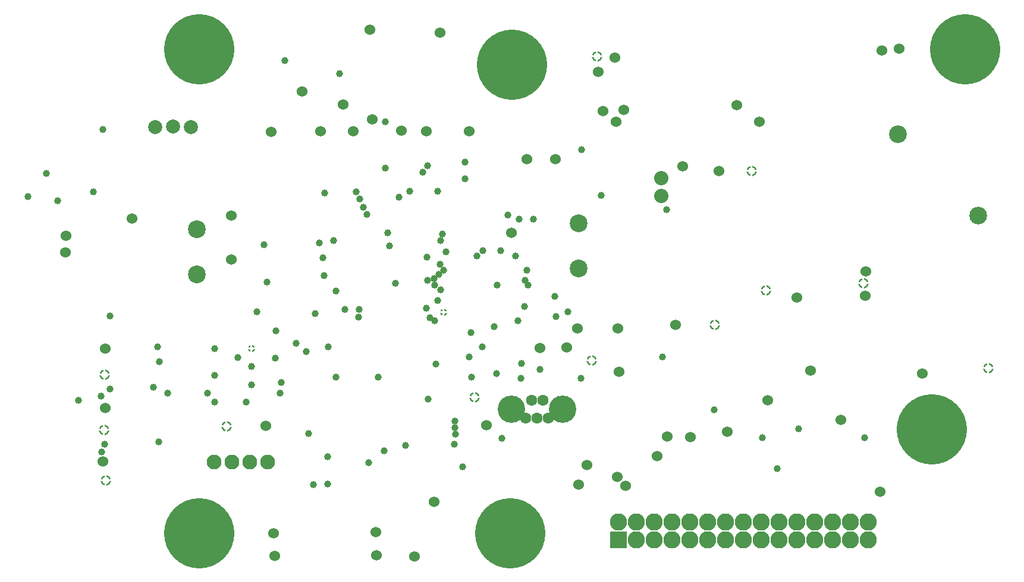
<source format=gbr>
G04 EasyPC Gerber Version 21.0.3 Build 4286 *
%FSLAX35Y35*%
%MOIN*%
%ADD101R,0.09677X0.09677*%
%ADD113C,0.03969*%
%ADD111C,0.06000*%
%ADD107C,0.06331*%
%ADD104C,0.07906*%
%ADD103C,0.08000*%
%ADD105C,0.08299*%
%ADD102C,0.09677*%
%ADD112C,0.09874*%
%ADD106C,0.09972*%
%ADD108C,0.15386*%
%ADD100C,0.39402*%
%AMT110*0 Thermal pad*7,0,0,0.03969,0.01969,0.01000,0*%
%ADD110T110*%
%AMT109*0 Thermal pad*7,0,0,0.06000,0.04000,0.01000,0*%
%ADD109T109*%
X0Y0D02*
D02*
D100*
X101023Y63801D03*
Y335454D03*
X275600Y63801D03*
X276387Y326667D03*
X511820Y121943D03*
X530324Y335454D03*
D02*
D101*
X336230Y60132D03*
D02*
D102*
Y70132D03*
X346230Y60132D03*
Y70132D03*
X356230Y60132D03*
Y70132D03*
X366230Y60132D03*
Y70132D03*
X376230Y60132D03*
Y70132D03*
X386230Y60132D03*
Y70132D03*
X396230Y60132D03*
Y70132D03*
X406230Y60132D03*
Y70132D03*
X416230Y60132D03*
Y70132D03*
X426230Y60132D03*
Y70132D03*
X436230Y60132D03*
Y70132D03*
X446230Y60132D03*
Y70132D03*
X456230Y60132D03*
Y70132D03*
X466230Y60132D03*
Y70132D03*
X476230Y60132D03*
Y70132D03*
D02*
D103*
X360246Y253071D03*
Y262888D03*
D02*
D104*
X76531Y291784D03*
X86531Y291852D03*
X96531Y291784D03*
D02*
D105*
X109393Y103676D03*
X119393Y103608D03*
X129393Y103676D03*
X139380D03*
D02*
D106*
X99714Y208829D03*
Y234419D03*
X313691Y212222D03*
Y237813D03*
D02*
D107*
X284261Y128242D03*
X287411Y138478D03*
X290561Y128242D03*
X293710Y138478D03*
X296860Y128242D03*
D02*
D108*
X276191Y133360D03*
X304931D03*
D02*
D109*
X47647Y121549D03*
X48041Y152652D03*
X48828Y93203D03*
X116545Y123518D03*
X255521Y140053D03*
X321269Y160526D03*
X324025Y331392D03*
X390167Y180604D03*
X410639Y266825D03*
X418907Y199896D03*
X473631Y203833D03*
X543317Y156195D03*
D02*
D110*
X130324Y167219D03*
X238198Y187691D03*
D02*
D111*
X25994Y221156D03*
X26387Y230604D03*
X47254Y103833D03*
X48435Y134148D03*
Y167219D03*
X63395Y240427D03*
X119301Y217219D03*
Y242022D03*
X138592Y123911D03*
X141348Y288872D03*
X142923Y63675D03*
X143317Y51077D03*
X158671Y311707D03*
X169301Y289266D03*
X181702Y304423D03*
X187411Y289266D03*
X196860Y346352D03*
X198041Y295959D03*
X200009Y64463D03*
X200403Y51470D03*
X214576Y289659D03*
X221663Y50683D03*
X228356Y289266D03*
X232687Y81392D03*
X236230Y344778D03*
X252372Y289266D03*
X262214Y124305D03*
X275994Y232179D03*
X284655Y273518D03*
X292135Y167612D03*
X300797Y273518D03*
X307096Y168006D03*
X313002Y178636D03*
X313789Y90841D03*
X318513Y101864D03*
X324813Y322730D03*
X327569Y300683D03*
X334261Y330604D03*
X334655Y294778D03*
X335443Y95171D03*
X335836Y178636D03*
X336624Y154226D03*
X338986Y301470D03*
X340167Y90447D03*
X357883Y106982D03*
X363395Y118006D03*
X368120Y180604D03*
X372057Y269581D03*
X376387Y117612D03*
X392529Y266825D03*
X397254Y120762D03*
X402372Y303833D03*
X415167Y294778D03*
X419694Y138478D03*
X436230Y195959D03*
X443710Y155014D03*
X460639Y127455D03*
X474419Y197140D03*
X474813Y210526D03*
X482687Y86904D03*
X483868Y334541D03*
X493317Y335722D03*
X506309Y153439D03*
D02*
D112*
X492923Y287691D03*
X537805Y242022D03*
D02*
D113*
X5128Y252652D03*
X15364Y265644D03*
X21663Y250289D03*
X33474Y138478D03*
X41742Y255407D03*
X46072Y140663D03*
X46466Y109344D03*
X47254Y290447D03*
X48041Y113675D03*
X51191Y144778D03*
Y185722D03*
X75600Y145565D03*
X77962Y168222D03*
X78356Y114856D03*
X78750Y160132D03*
X83474Y142258D03*
X105915D03*
X109852Y137297D03*
Y152258D03*
Y167219D03*
X122844Y162258D03*
X127569Y137258D03*
X130324Y147140D03*
Y157376D03*
X133474Y188085D03*
X137411Y225656D03*
X138986Y204620D03*
X143710Y162100D03*
X144301Y177455D03*
X146466Y142258D03*
X147254Y148321D03*
X149222Y329030D03*
X155521Y170368D03*
X161033Y165644D03*
X162383Y119581D03*
X164970Y90841D03*
X166151Y186904D03*
X168513Y226667D03*
X170482Y218400D03*
X171269Y208163D03*
X171466Y254620D03*
X173238Y91234D03*
Y106589D03*
X173631Y168400D03*
X176387Y227848D03*
X177962Y151470D03*
Y199502D03*
X179931Y321549D03*
X182687Y189266D03*
X189183Y255407D03*
X190561Y184935D03*
X190954Y189266D03*
X191151Y251470D03*
X193120Y246746D03*
X195088Y242809D03*
X196072Y103439D03*
X201584Y151470D03*
X204734Y110132D03*
X205521Y268793D03*
Y294778D03*
X206899Y232179D03*
X207883Y225093D03*
X211033Y203833D03*
X213002Y252258D03*
X216939Y112888D03*
X219301Y255801D03*
X226584Y266431D03*
X228356Y190053D03*
X228750Y218793D03*
X229143Y205801D03*
Y269974D03*
X229537Y138872D03*
X230521Y184541D03*
X232687Y206589D03*
X233080Y182967D03*
Y202848D03*
X233868Y158557D03*
X234655Y194384D03*
Y255801D03*
X235443Y208951D03*
X236230Y214659D03*
X236624Y200289D03*
Y227848D03*
X237411Y231785D03*
X238198Y211313D03*
X239380Y221746D03*
X244104Y113675D03*
X244498Y123124D03*
Y126667D03*
X244891Y119187D03*
X248828Y101077D03*
X250009Y262494D03*
Y271943D03*
X252372Y162494D03*
X253553Y176274D03*
X253946Y151470D03*
X256702Y219187D03*
X259852Y168400D03*
X260246Y222337D03*
X266545Y179817D03*
X267726Y153439D03*
X268120Y203045D03*
X270088Y222337D03*
X270876Y116825D03*
X274025Y242415D03*
X278356Y219187D03*
X279931Y182967D03*
X280521Y240053D03*
X281506Y150683D03*
X281899Y158951D03*
X283474Y190841D03*
X283868Y205801D03*
X284655Y211313D03*
X285443Y203045D03*
X288592Y240053D03*
X292135Y155801D03*
X300403Y196746D03*
X301191Y185329D03*
X307883Y187860D03*
X314970Y150683D03*
X315364Y279030D03*
X326387Y253439D03*
X360639Y162494D03*
X363002Y245171D03*
X389773Y132967D03*
X416939Y117219D03*
X425049Y99896D03*
X437017Y122337D03*
X474025Y117356D03*
X0Y0D02*
M02*

</source>
